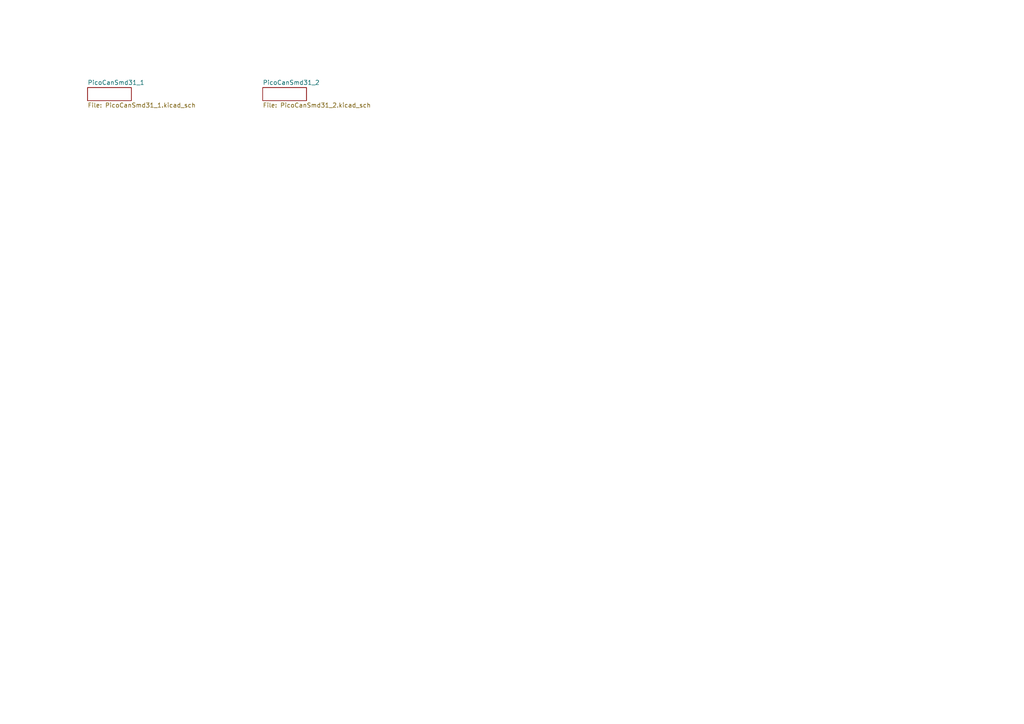
<source format=kicad_sch>
(kicad_sch (version 20230121) (generator eeschema)
  (paper "A4")
  (lib_symbols)
  (sheet (at 25.4 25.4) (size 12.7 3.81)
    (property "Sheetname" "PicoCanSmd31_1" (at 25.4 24.6884 0) (effects (justify left bottom)))
    (property "Sheetfile" "PicoCanSmd31_1.kicad_sch" (at 25.4 29.7946 0) (effects (justify left top)))
  )
  (sheet (at 76.2 25.4) (size 12.7 3.81)
    (property "Sheetname" "PicoCanSmd31_2" (at 76.2 24.6884 0) (effects (justify left bottom)))
    (property "Sheetfile" "PicoCanSmd31_2.kicad_sch" (at 76.2 29.7946 0) (effects (justify left top)))
  )
)
</source>
